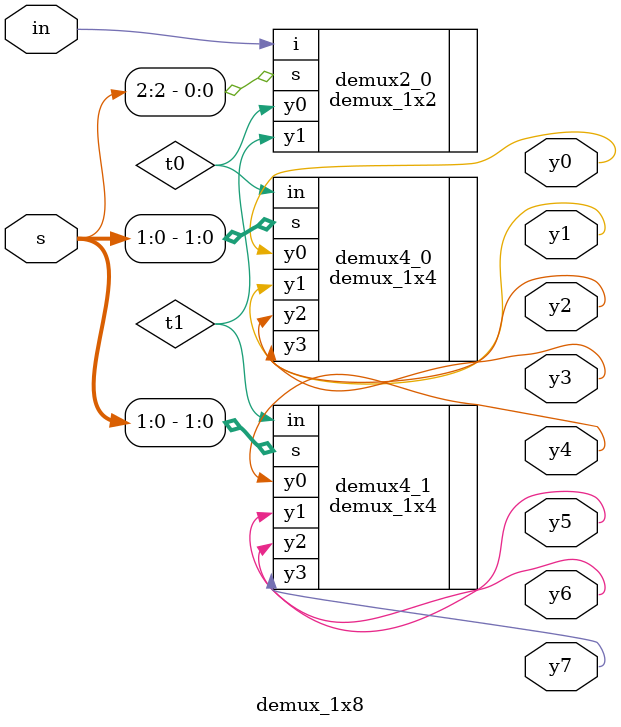
<source format=v>
module demux_1x8 (
    input wire in,        // in signal in
    input wire [2:0] s,   // in select lines s
    
    output wire y0,       // out y0
    output wire y1,       // out y1
    output wire y2,       // out y2
    output wire y3,       // out y3
    output wire y4,       // out y4
    output wire y5,       // out y5
    output wire y6,       // out y6
    output wire y7        // out y7
);

    wire t0, t1;

    demux_1x2 demux2_0 (
        .i(in),
        .s(s[2]),
        .y0(t0),
        .y1(t1)
    ); // Module

    demux_1x4 demux4_0 (
        .in(t0),
        .s(s[1:0]),
        .y0(y0),
        .y1(y1),
        .y2(y2),
        .y3(y3)
    ); // Module

    demux_1x4 demux4_1 (
        .in(t1),
        .s(s[1:0]),
        .y0(y4),
        .y1(y5),
        .y2(y6),
        .y3(y7)
    ); // Module

endmodule

// Testbench
/*
module demux_1x8_tb;
    reg in;
    reg [2:0] s;
    wire y0, y1, y2, y3, y4, y5, y6, y7;

    demux_1x8 uut (
        .in(in),
        .s(s),
        .y0(y0),
        .y1(y1),
        .y2(y2),
        .y3(y3),
        .y4(y4),
        .y5(y5),
        .y6(y6),
        .y7(y7)
    );

    initial begin
        $monitor("At time %t, in = %b, s = %b, y0 = %b, y1 = %b, y2 = %b, y3 = %b, y4 = %b, y5 = %b, y6 = %b, y7 = %b", $time, in, s, y0, y1, y2, y3, y4, y5, y6, y7);

        in = 1; s = 3'b000; #10;
        in = 1; s = 3'b001; #10;
        in = 1; s = 3'b010; #10;
        in = 1; s = 3'b011; #10;
        in = 1; s = 3'b100; #10;
        in = 1; s = 3'b101; #10;
        in = 1; s = 3'b110; #10;
        in = 1; s = 3'b111; #10;
        in = 0; s = 3'b000; #10;
        in = 0; s = 3'b001; #10;
        in = 0; s = 3'b010; #10;
        in = 0; s = 3'b011; #10;
        in = 0; s = 3'b100; #10;
        in = 0; s = 3'b101; #10;
        in = 0; s = 3'b110; #10;
        in = 0; s = 3'b111; #10;

        $finish;
    end
endmodule
*/
</source>
